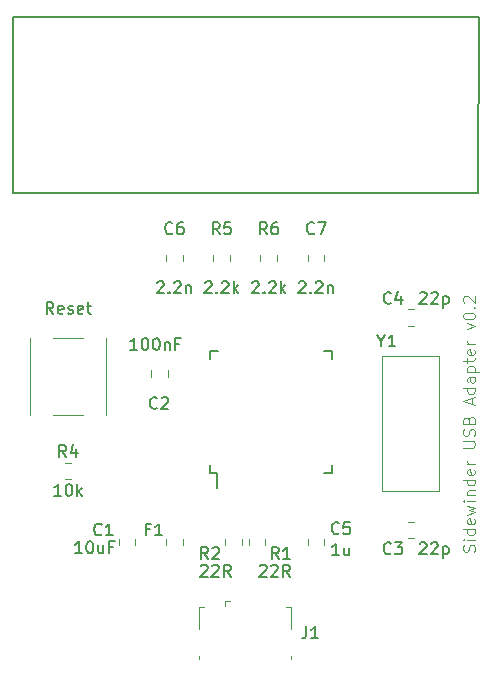
<source format=gbr>
G04 #@! TF.GenerationSoftware,KiCad,Pcbnew,5.1.4+dfsg1-1*
G04 #@! TF.CreationDate,2020-03-06T15:50:39+01:00*
G04 #@! TF.ProjectId,sidewinder-usb,73696465-7769-46e6-9465-722d7573622e,rev?*
G04 #@! TF.SameCoordinates,Original*
G04 #@! TF.FileFunction,Legend,Top*
G04 #@! TF.FilePolarity,Positive*
%FSLAX46Y46*%
G04 Gerber Fmt 4.6, Leading zero omitted, Abs format (unit mm)*
G04 Created by KiCad (PCBNEW 5.1.4+dfsg1-1) date 2020-03-06 15:50:39*
%MOMM*%
%LPD*%
G04 APERTURE LIST*
%ADD10C,0.100000*%
%ADD11C,0.120000*%
%ADD12C,0.150000*%
%ADD13C,0.200000*%
G04 APERTURE END LIST*
D10*
X39404761Y9166666D02*
X39452380Y9309523D01*
X39452380Y9547619D01*
X39404761Y9642857D01*
X39357142Y9690476D01*
X39261904Y9738095D01*
X39166666Y9738095D01*
X39071428Y9690476D01*
X39023809Y9642857D01*
X38976190Y9547619D01*
X38928571Y9357142D01*
X38880952Y9261904D01*
X38833333Y9214285D01*
X38738095Y9166666D01*
X38642857Y9166666D01*
X38547619Y9214285D01*
X38500000Y9261904D01*
X38452380Y9357142D01*
X38452380Y9595238D01*
X38500000Y9738095D01*
X39452380Y10166666D02*
X38785714Y10166666D01*
X38452380Y10166666D02*
X38500000Y10119047D01*
X38547619Y10166666D01*
X38500000Y10214285D01*
X38452380Y10166666D01*
X38547619Y10166666D01*
X39452380Y11071428D02*
X38452380Y11071428D01*
X39404761Y11071428D02*
X39452380Y10976190D01*
X39452380Y10785714D01*
X39404761Y10690476D01*
X39357142Y10642857D01*
X39261904Y10595238D01*
X38976190Y10595238D01*
X38880952Y10642857D01*
X38833333Y10690476D01*
X38785714Y10785714D01*
X38785714Y10976190D01*
X38833333Y11071428D01*
X39404761Y11928571D02*
X39452380Y11833333D01*
X39452380Y11642857D01*
X39404761Y11547619D01*
X39309523Y11499999D01*
X38928571Y11499999D01*
X38833333Y11547619D01*
X38785714Y11642857D01*
X38785714Y11833333D01*
X38833333Y11928571D01*
X38928571Y11976190D01*
X39023809Y11976190D01*
X39119047Y11499999D01*
X38785714Y12309523D02*
X39452380Y12499999D01*
X38976190Y12690476D01*
X39452380Y12880952D01*
X38785714Y13071428D01*
X39452380Y13452380D02*
X38785714Y13452380D01*
X38452380Y13452380D02*
X38500000Y13404761D01*
X38547619Y13452380D01*
X38500000Y13499999D01*
X38452380Y13452380D01*
X38547619Y13452380D01*
X38785714Y13928571D02*
X39452380Y13928571D01*
X38880952Y13928571D02*
X38833333Y13976190D01*
X38785714Y14071428D01*
X38785714Y14214285D01*
X38833333Y14309523D01*
X38928571Y14357142D01*
X39452380Y14357142D01*
X39452380Y15261904D02*
X38452380Y15261904D01*
X39404761Y15261904D02*
X39452380Y15166666D01*
X39452380Y14976190D01*
X39404761Y14880952D01*
X39357142Y14833333D01*
X39261904Y14785714D01*
X38976190Y14785714D01*
X38880952Y14833333D01*
X38833333Y14880952D01*
X38785714Y14976190D01*
X38785714Y15166666D01*
X38833333Y15261904D01*
X39404761Y16119047D02*
X39452380Y16023809D01*
X39452380Y15833333D01*
X39404761Y15738095D01*
X39309523Y15690476D01*
X38928571Y15690476D01*
X38833333Y15738095D01*
X38785714Y15833333D01*
X38785714Y16023809D01*
X38833333Y16119047D01*
X38928571Y16166666D01*
X39023809Y16166666D01*
X39119047Y15690476D01*
X39452380Y16595238D02*
X38785714Y16595238D01*
X38976190Y16595238D02*
X38880952Y16642857D01*
X38833333Y16690476D01*
X38785714Y16785714D01*
X38785714Y16880952D01*
X38452380Y17976190D02*
X39261904Y17976190D01*
X39357142Y18023809D01*
X39404761Y18071428D01*
X39452380Y18166666D01*
X39452380Y18357142D01*
X39404761Y18452380D01*
X39357142Y18499999D01*
X39261904Y18547619D01*
X38452380Y18547619D01*
X39404761Y18976190D02*
X39452380Y19119047D01*
X39452380Y19357142D01*
X39404761Y19452380D01*
X39357142Y19499999D01*
X39261904Y19547619D01*
X39166666Y19547619D01*
X39071428Y19499999D01*
X39023809Y19452380D01*
X38976190Y19357142D01*
X38928571Y19166666D01*
X38880952Y19071428D01*
X38833333Y19023809D01*
X38738095Y18976190D01*
X38642857Y18976190D01*
X38547619Y19023809D01*
X38500000Y19071428D01*
X38452380Y19166666D01*
X38452380Y19404761D01*
X38500000Y19547619D01*
X38928571Y20309523D02*
X38976190Y20452380D01*
X39023809Y20499999D01*
X39119047Y20547619D01*
X39261904Y20547619D01*
X39357142Y20499999D01*
X39404761Y20452380D01*
X39452380Y20357142D01*
X39452380Y19976190D01*
X38452380Y19976190D01*
X38452380Y20309523D01*
X38500000Y20404761D01*
X38547619Y20452380D01*
X38642857Y20499999D01*
X38738095Y20499999D01*
X38833333Y20452380D01*
X38880952Y20404761D01*
X38928571Y20309523D01*
X38928571Y19976190D01*
X39166666Y21690476D02*
X39166666Y22166666D01*
X39452380Y21595238D02*
X38452380Y21928571D01*
X39452380Y22261904D01*
X39452380Y23023809D02*
X38452380Y23023809D01*
X39404761Y23023809D02*
X39452380Y22928571D01*
X39452380Y22738095D01*
X39404761Y22642857D01*
X39357142Y22595238D01*
X39261904Y22547619D01*
X38976190Y22547619D01*
X38880952Y22595238D01*
X38833333Y22642857D01*
X38785714Y22738095D01*
X38785714Y22928571D01*
X38833333Y23023809D01*
X39452380Y23928571D02*
X38928571Y23928571D01*
X38833333Y23880952D01*
X38785714Y23785714D01*
X38785714Y23595238D01*
X38833333Y23499999D01*
X39404761Y23928571D02*
X39452380Y23833333D01*
X39452380Y23595238D01*
X39404761Y23499999D01*
X39309523Y23452380D01*
X39214285Y23452380D01*
X39119047Y23499999D01*
X39071428Y23595238D01*
X39071428Y23833333D01*
X39023809Y23928571D01*
X38785714Y24404761D02*
X39785714Y24404761D01*
X38833333Y24404761D02*
X38785714Y24499999D01*
X38785714Y24690476D01*
X38833333Y24785714D01*
X38880952Y24833333D01*
X38976190Y24880952D01*
X39261904Y24880952D01*
X39357142Y24833333D01*
X39404761Y24785714D01*
X39452380Y24690476D01*
X39452380Y24499999D01*
X39404761Y24404761D01*
X38785714Y25166666D02*
X38785714Y25547619D01*
X38452380Y25309523D02*
X39309523Y25309523D01*
X39404761Y25357142D01*
X39452380Y25452380D01*
X39452380Y25547619D01*
X39404761Y26261904D02*
X39452380Y26166666D01*
X39452380Y25976190D01*
X39404761Y25880952D01*
X39309523Y25833333D01*
X38928571Y25833333D01*
X38833333Y25880952D01*
X38785714Y25976190D01*
X38785714Y26166666D01*
X38833333Y26261904D01*
X38928571Y26309523D01*
X39023809Y26309523D01*
X39119047Y25833333D01*
X39452380Y26738095D02*
X38785714Y26738095D01*
X38976190Y26738095D02*
X38880952Y26785714D01*
X38833333Y26833333D01*
X38785714Y26928571D01*
X38785714Y27023809D01*
X38785714Y28023809D02*
X39452380Y28261904D01*
X38785714Y28499999D01*
X38452380Y29071428D02*
X38452380Y29166666D01*
X38500000Y29261904D01*
X38547619Y29309523D01*
X38642857Y29357142D01*
X38833333Y29404761D01*
X39071428Y29404761D01*
X39261904Y29357142D01*
X39357142Y29309523D01*
X39404761Y29261904D01*
X39452380Y29166666D01*
X39452380Y29071428D01*
X39404761Y28976190D01*
X39357142Y28928571D01*
X39261904Y28880952D01*
X39071428Y28833333D01*
X38833333Y28833333D01*
X38642857Y28880952D01*
X38547619Y28928571D01*
X38500000Y28976190D01*
X38452380Y29071428D01*
X39357142Y29833333D02*
X39404761Y29880952D01*
X39452380Y29833333D01*
X39404761Y29785714D01*
X39357142Y29833333D01*
X39452380Y29833333D01*
X38547619Y30261904D02*
X38500000Y30309523D01*
X38452380Y30404761D01*
X38452380Y30642857D01*
X38500000Y30738095D01*
X38547619Y30785714D01*
X38642857Y30833333D01*
X38738095Y30833333D01*
X38880952Y30785714D01*
X39452380Y30214285D01*
X39452380Y30833333D01*
D11*
X31600000Y25700000D02*
X36400000Y25700000D01*
X31600000Y14300000D02*
X36400000Y14300000D01*
X36400000Y14300000D02*
X36400000Y25700000D01*
X31600000Y14300000D02*
X31600000Y25700000D01*
D12*
X17600000Y15825000D02*
X17600000Y14550000D01*
X17025000Y26175000D02*
X17025000Y25500000D01*
X27375000Y26175000D02*
X27375000Y25500000D01*
X27375000Y15825000D02*
X27375000Y16500000D01*
X17025000Y15825000D02*
X17025000Y16500000D01*
X27375000Y15825000D02*
X26700000Y15825000D01*
X27375000Y26175000D02*
X26700000Y26175000D01*
X17025000Y26175000D02*
X17700000Y26175000D01*
X17025000Y15825000D02*
X17600000Y15825000D01*
D11*
X1770000Y27230000D02*
X1770000Y20770000D01*
X6300000Y27230000D02*
X3700000Y27230000D01*
X8230000Y27230000D02*
X8230000Y20770000D01*
X6300000Y20770000D02*
X3700000Y20770000D01*
X8200000Y27230000D02*
X8230000Y27230000D01*
X1770000Y27230000D02*
X1800000Y27230000D01*
X1770000Y20770000D02*
X1800000Y20770000D01*
X8230000Y20770000D02*
X8200000Y20770000D01*
X22710000Y33741422D02*
X22710000Y34258578D01*
X21290000Y33741422D02*
X21290000Y34258578D01*
X18710000Y33741422D02*
X18710000Y34258578D01*
X17290000Y33741422D02*
X17290000Y34258578D01*
X4741422Y15290000D02*
X5258578Y15290000D01*
X4741422Y16710000D02*
X5258578Y16710000D01*
X18290000Y10258578D02*
X18290000Y9741422D01*
X19710000Y10258578D02*
X19710000Y9741422D01*
X20290000Y10258578D02*
X20290000Y9741422D01*
X21710000Y10258578D02*
X21710000Y9741422D01*
D13*
X39770000Y54405000D02*
X39670000Y39575000D01*
X330000Y54405000D02*
X39770000Y54405000D01*
X340000Y39575000D02*
X330000Y54405000D01*
X39670000Y39575000D02*
X340000Y39575000D01*
D11*
X18300000Y5012500D02*
X18300000Y4562500D01*
X18300000Y5012500D02*
X18750000Y5012500D01*
X23900000Y4462500D02*
X23450000Y4462500D01*
X23900000Y2612500D02*
X23900000Y4462500D01*
X16100000Y62500D02*
X16100000Y312500D01*
X23900000Y62500D02*
X23900000Y312500D01*
X16100000Y2612500D02*
X16100000Y4462500D01*
X16100000Y4462500D02*
X16550000Y4462500D01*
X14710000Y9741422D02*
X14710000Y10258578D01*
X13290000Y9741422D02*
X13290000Y10258578D01*
X26710000Y33741422D02*
X26710000Y34258578D01*
X25290000Y33741422D02*
X25290000Y34258578D01*
X14710000Y33741422D02*
X14710000Y34258578D01*
X13290000Y33741422D02*
X13290000Y34258578D01*
X25290000Y10258578D02*
X25290000Y9741422D01*
X26710000Y10258578D02*
X26710000Y9741422D01*
X34258578Y29710000D02*
X33741422Y29710000D01*
X34258578Y28290000D02*
X33741422Y28290000D01*
X34258578Y11710000D02*
X33741422Y11710000D01*
X34258578Y10290000D02*
X33741422Y10290000D01*
X12040000Y24508578D02*
X12040000Y23991422D01*
X13460000Y24508578D02*
X13460000Y23991422D01*
X9290000Y10258578D02*
X9290000Y9741422D01*
X10710000Y10258578D02*
X10710000Y9741422D01*
D12*
X31523809Y27023809D02*
X31523809Y26547619D01*
X31190476Y27547619D02*
X31523809Y27023809D01*
X31857142Y27547619D01*
X32714285Y26547619D02*
X32142857Y26547619D01*
X32428571Y26547619D02*
X32428571Y27547619D01*
X32333333Y27404761D01*
X32238095Y27309523D01*
X32142857Y27261904D01*
X3761904Y29307619D02*
X3428571Y29783809D01*
X3190476Y29307619D02*
X3190476Y30307619D01*
X3571428Y30307619D01*
X3666666Y30260000D01*
X3714285Y30212380D01*
X3761904Y30117142D01*
X3761904Y29974285D01*
X3714285Y29879047D01*
X3666666Y29831428D01*
X3571428Y29783809D01*
X3190476Y29783809D01*
X4571428Y29355238D02*
X4476190Y29307619D01*
X4285714Y29307619D01*
X4190476Y29355238D01*
X4142857Y29450476D01*
X4142857Y29831428D01*
X4190476Y29926666D01*
X4285714Y29974285D01*
X4476190Y29974285D01*
X4571428Y29926666D01*
X4619047Y29831428D01*
X4619047Y29736190D01*
X4142857Y29640952D01*
X5000000Y29355238D02*
X5095238Y29307619D01*
X5285714Y29307619D01*
X5380952Y29355238D01*
X5428571Y29450476D01*
X5428571Y29498095D01*
X5380952Y29593333D01*
X5285714Y29640952D01*
X5142857Y29640952D01*
X5047619Y29688571D01*
X5000000Y29783809D01*
X5000000Y29831428D01*
X5047619Y29926666D01*
X5142857Y29974285D01*
X5285714Y29974285D01*
X5380952Y29926666D01*
X6238095Y29355238D02*
X6142857Y29307619D01*
X5952380Y29307619D01*
X5857142Y29355238D01*
X5809523Y29450476D01*
X5809523Y29831428D01*
X5857142Y29926666D01*
X5952380Y29974285D01*
X6142857Y29974285D01*
X6238095Y29926666D01*
X6285714Y29831428D01*
X6285714Y29736190D01*
X5809523Y29640952D01*
X6571428Y29974285D02*
X6952380Y29974285D01*
X6714285Y30307619D02*
X6714285Y29450476D01*
X6761904Y29355238D01*
X6857142Y29307619D01*
X6952380Y29307619D01*
X21833333Y36047619D02*
X21500000Y36523809D01*
X21261904Y36047619D02*
X21261904Y37047619D01*
X21642857Y37047619D01*
X21738095Y37000000D01*
X21785714Y36952380D01*
X21833333Y36857142D01*
X21833333Y36714285D01*
X21785714Y36619047D01*
X21738095Y36571428D01*
X21642857Y36523809D01*
X21261904Y36523809D01*
X22690476Y37047619D02*
X22500000Y37047619D01*
X22404761Y37000000D01*
X22357142Y36952380D01*
X22261904Y36809523D01*
X22214285Y36619047D01*
X22214285Y36238095D01*
X22261904Y36142857D01*
X22309523Y36095238D01*
X22404761Y36047619D01*
X22595238Y36047619D01*
X22690476Y36095238D01*
X22738095Y36142857D01*
X22785714Y36238095D01*
X22785714Y36476190D01*
X22738095Y36571428D01*
X22690476Y36619047D01*
X22595238Y36666666D01*
X22404761Y36666666D01*
X22309523Y36619047D01*
X22261904Y36571428D01*
X22214285Y36476190D01*
X20595238Y31952380D02*
X20642857Y32000000D01*
X20738095Y32047619D01*
X20976190Y32047619D01*
X21071428Y32000000D01*
X21119047Y31952380D01*
X21166666Y31857142D01*
X21166666Y31761904D01*
X21119047Y31619047D01*
X20547619Y31047619D01*
X21166666Y31047619D01*
X21595238Y31142857D02*
X21642857Y31095238D01*
X21595238Y31047619D01*
X21547619Y31095238D01*
X21595238Y31142857D01*
X21595238Y31047619D01*
X22023809Y31952380D02*
X22071428Y32000000D01*
X22166666Y32047619D01*
X22404761Y32047619D01*
X22500000Y32000000D01*
X22547619Y31952380D01*
X22595238Y31857142D01*
X22595238Y31761904D01*
X22547619Y31619047D01*
X21976190Y31047619D01*
X22595238Y31047619D01*
X23023809Y31047619D02*
X23023809Y32047619D01*
X23119047Y31428571D02*
X23404761Y31047619D01*
X23404761Y31714285D02*
X23023809Y31333333D01*
X17833333Y36047619D02*
X17500000Y36523809D01*
X17261904Y36047619D02*
X17261904Y37047619D01*
X17642857Y37047619D01*
X17738095Y37000000D01*
X17785714Y36952380D01*
X17833333Y36857142D01*
X17833333Y36714285D01*
X17785714Y36619047D01*
X17738095Y36571428D01*
X17642857Y36523809D01*
X17261904Y36523809D01*
X18738095Y37047619D02*
X18261904Y37047619D01*
X18214285Y36571428D01*
X18261904Y36619047D01*
X18357142Y36666666D01*
X18595238Y36666666D01*
X18690476Y36619047D01*
X18738095Y36571428D01*
X18785714Y36476190D01*
X18785714Y36238095D01*
X18738095Y36142857D01*
X18690476Y36095238D01*
X18595238Y36047619D01*
X18357142Y36047619D01*
X18261904Y36095238D01*
X18214285Y36142857D01*
X16595238Y31952380D02*
X16642857Y32000000D01*
X16738095Y32047619D01*
X16976190Y32047619D01*
X17071428Y32000000D01*
X17119047Y31952380D01*
X17166666Y31857142D01*
X17166666Y31761904D01*
X17119047Y31619047D01*
X16547619Y31047619D01*
X17166666Y31047619D01*
X17595238Y31142857D02*
X17642857Y31095238D01*
X17595238Y31047619D01*
X17547619Y31095238D01*
X17595238Y31142857D01*
X17595238Y31047619D01*
X18023809Y31952380D02*
X18071428Y32000000D01*
X18166666Y32047619D01*
X18404761Y32047619D01*
X18500000Y32000000D01*
X18547619Y31952380D01*
X18595238Y31857142D01*
X18595238Y31761904D01*
X18547619Y31619047D01*
X17976190Y31047619D01*
X18595238Y31047619D01*
X19023809Y31047619D02*
X19023809Y32047619D01*
X19119047Y31428571D02*
X19404761Y31047619D01*
X19404761Y31714285D02*
X19023809Y31333333D01*
X4833333Y17197619D02*
X4500000Y17673809D01*
X4261904Y17197619D02*
X4261904Y18197619D01*
X4642857Y18197619D01*
X4738095Y18150000D01*
X4785714Y18102380D01*
X4833333Y18007142D01*
X4833333Y17864285D01*
X4785714Y17769047D01*
X4738095Y17721428D01*
X4642857Y17673809D01*
X4261904Y17673809D01*
X5690476Y17864285D02*
X5690476Y17197619D01*
X5452380Y18245238D02*
X5214285Y17530952D01*
X5833333Y17530952D01*
X4404761Y13897619D02*
X3833333Y13897619D01*
X4119047Y13897619D02*
X4119047Y14897619D01*
X4023809Y14754761D01*
X3928571Y14659523D01*
X3833333Y14611904D01*
X5023809Y14897619D02*
X5119047Y14897619D01*
X5214285Y14850000D01*
X5261904Y14802380D01*
X5309523Y14707142D01*
X5357142Y14516666D01*
X5357142Y14278571D01*
X5309523Y14088095D01*
X5261904Y13992857D01*
X5214285Y13945238D01*
X5119047Y13897619D01*
X5023809Y13897619D01*
X4928571Y13945238D01*
X4880952Y13992857D01*
X4833333Y14088095D01*
X4785714Y14278571D01*
X4785714Y14516666D01*
X4833333Y14707142D01*
X4880952Y14802380D01*
X4928571Y14850000D01*
X5023809Y14897619D01*
X5785714Y13897619D02*
X5785714Y14897619D01*
X5880952Y14278571D02*
X6166666Y13897619D01*
X6166666Y14564285D02*
X5785714Y14183333D01*
X16833333Y8547619D02*
X16500000Y9023809D01*
X16261904Y8547619D02*
X16261904Y9547619D01*
X16642857Y9547619D01*
X16738095Y9500000D01*
X16785714Y9452380D01*
X16833333Y9357142D01*
X16833333Y9214285D01*
X16785714Y9119047D01*
X16738095Y9071428D01*
X16642857Y9023809D01*
X16261904Y9023809D01*
X17214285Y9452380D02*
X17261904Y9500000D01*
X17357142Y9547619D01*
X17595238Y9547619D01*
X17690476Y9500000D01*
X17738095Y9452380D01*
X17785714Y9357142D01*
X17785714Y9261904D01*
X17738095Y9119047D01*
X17166666Y8547619D01*
X17785714Y8547619D01*
X16238095Y7952380D02*
X16285714Y8000000D01*
X16380952Y8047619D01*
X16619047Y8047619D01*
X16714285Y8000000D01*
X16761904Y7952380D01*
X16809523Y7857142D01*
X16809523Y7761904D01*
X16761904Y7619047D01*
X16190476Y7047619D01*
X16809523Y7047619D01*
X17190476Y7952380D02*
X17238095Y8000000D01*
X17333333Y8047619D01*
X17571428Y8047619D01*
X17666666Y8000000D01*
X17714285Y7952380D01*
X17761904Y7857142D01*
X17761904Y7761904D01*
X17714285Y7619047D01*
X17142857Y7047619D01*
X17761904Y7047619D01*
X18761904Y7047619D02*
X18428571Y7523809D01*
X18190476Y7047619D02*
X18190476Y8047619D01*
X18571428Y8047619D01*
X18666666Y8000000D01*
X18714285Y7952380D01*
X18761904Y7857142D01*
X18761904Y7714285D01*
X18714285Y7619047D01*
X18666666Y7571428D01*
X18571428Y7523809D01*
X18190476Y7523809D01*
X22833333Y8547619D02*
X22500000Y9023809D01*
X22261904Y8547619D02*
X22261904Y9547619D01*
X22642857Y9547619D01*
X22738095Y9500000D01*
X22785714Y9452380D01*
X22833333Y9357142D01*
X22833333Y9214285D01*
X22785714Y9119047D01*
X22738095Y9071428D01*
X22642857Y9023809D01*
X22261904Y9023809D01*
X23785714Y8547619D02*
X23214285Y8547619D01*
X23500000Y8547619D02*
X23500000Y9547619D01*
X23404761Y9404761D01*
X23309523Y9309523D01*
X23214285Y9261904D01*
X21238095Y7952380D02*
X21285714Y8000000D01*
X21380952Y8047619D01*
X21619047Y8047619D01*
X21714285Y8000000D01*
X21761904Y7952380D01*
X21809523Y7857142D01*
X21809523Y7761904D01*
X21761904Y7619047D01*
X21190476Y7047619D01*
X21809523Y7047619D01*
X22190476Y7952380D02*
X22238095Y8000000D01*
X22333333Y8047619D01*
X22571428Y8047619D01*
X22666666Y8000000D01*
X22714285Y7952380D01*
X22761904Y7857142D01*
X22761904Y7761904D01*
X22714285Y7619047D01*
X22142857Y7047619D01*
X22761904Y7047619D01*
X23761904Y7047619D02*
X23428571Y7523809D01*
X23190476Y7047619D02*
X23190476Y8047619D01*
X23571428Y8047619D01*
X23666666Y8000000D01*
X23714285Y7952380D01*
X23761904Y7857142D01*
X23761904Y7714285D01*
X23714285Y7619047D01*
X23666666Y7571428D01*
X23571428Y7523809D01*
X23190476Y7523809D01*
X25166666Y2847619D02*
X25166666Y2133333D01*
X25119047Y1990476D01*
X25023809Y1895238D01*
X24880952Y1847619D01*
X24785714Y1847619D01*
X26166666Y1847619D02*
X25595238Y1847619D01*
X25880952Y1847619D02*
X25880952Y2847619D01*
X25785714Y2704761D01*
X25690476Y2609523D01*
X25595238Y2561904D01*
X11916666Y11071428D02*
X11583333Y11071428D01*
X11583333Y10547619D02*
X11583333Y11547619D01*
X12059523Y11547619D01*
X12964285Y10547619D02*
X12392857Y10547619D01*
X12678571Y10547619D02*
X12678571Y11547619D01*
X12583333Y11404761D01*
X12488095Y11309523D01*
X12392857Y11261904D01*
X25833333Y36142857D02*
X25785714Y36095238D01*
X25642857Y36047619D01*
X25547619Y36047619D01*
X25404761Y36095238D01*
X25309523Y36190476D01*
X25261904Y36285714D01*
X25214285Y36476190D01*
X25214285Y36619047D01*
X25261904Y36809523D01*
X25309523Y36904761D01*
X25404761Y37000000D01*
X25547619Y37047619D01*
X25642857Y37047619D01*
X25785714Y37000000D01*
X25833333Y36952380D01*
X26166666Y37047619D02*
X26833333Y37047619D01*
X26404761Y36047619D01*
X24547619Y31952380D02*
X24595238Y32000000D01*
X24690476Y32047619D01*
X24928571Y32047619D01*
X25023809Y32000000D01*
X25071428Y31952380D01*
X25119047Y31857142D01*
X25119047Y31761904D01*
X25071428Y31619047D01*
X24500000Y31047619D01*
X25119047Y31047619D01*
X25547619Y31142857D02*
X25595238Y31095238D01*
X25547619Y31047619D01*
X25500000Y31095238D01*
X25547619Y31142857D01*
X25547619Y31047619D01*
X25976190Y31952380D02*
X26023809Y32000000D01*
X26119047Y32047619D01*
X26357142Y32047619D01*
X26452380Y32000000D01*
X26500000Y31952380D01*
X26547619Y31857142D01*
X26547619Y31761904D01*
X26500000Y31619047D01*
X25928571Y31047619D01*
X26547619Y31047619D01*
X26976190Y31714285D02*
X26976190Y31047619D01*
X26976190Y31619047D02*
X27023809Y31666666D01*
X27119047Y31714285D01*
X27261904Y31714285D01*
X27357142Y31666666D01*
X27404761Y31571428D01*
X27404761Y31047619D01*
X13833333Y36142857D02*
X13785714Y36095238D01*
X13642857Y36047619D01*
X13547619Y36047619D01*
X13404761Y36095238D01*
X13309523Y36190476D01*
X13261904Y36285714D01*
X13214285Y36476190D01*
X13214285Y36619047D01*
X13261904Y36809523D01*
X13309523Y36904761D01*
X13404761Y37000000D01*
X13547619Y37047619D01*
X13642857Y37047619D01*
X13785714Y37000000D01*
X13833333Y36952380D01*
X14690476Y37047619D02*
X14500000Y37047619D01*
X14404761Y37000000D01*
X14357142Y36952380D01*
X14261904Y36809523D01*
X14214285Y36619047D01*
X14214285Y36238095D01*
X14261904Y36142857D01*
X14309523Y36095238D01*
X14404761Y36047619D01*
X14595238Y36047619D01*
X14690476Y36095238D01*
X14738095Y36142857D01*
X14785714Y36238095D01*
X14785714Y36476190D01*
X14738095Y36571428D01*
X14690476Y36619047D01*
X14595238Y36666666D01*
X14404761Y36666666D01*
X14309523Y36619047D01*
X14261904Y36571428D01*
X14214285Y36476190D01*
X12547619Y31952380D02*
X12595238Y32000000D01*
X12690476Y32047619D01*
X12928571Y32047619D01*
X13023809Y32000000D01*
X13071428Y31952380D01*
X13119047Y31857142D01*
X13119047Y31761904D01*
X13071428Y31619047D01*
X12500000Y31047619D01*
X13119047Y31047619D01*
X13547619Y31142857D02*
X13595238Y31095238D01*
X13547619Y31047619D01*
X13500000Y31095238D01*
X13547619Y31142857D01*
X13547619Y31047619D01*
X13976190Y31952380D02*
X14023809Y32000000D01*
X14119047Y32047619D01*
X14357142Y32047619D01*
X14452380Y32000000D01*
X14500000Y31952380D01*
X14547619Y31857142D01*
X14547619Y31761904D01*
X14500000Y31619047D01*
X13928571Y31047619D01*
X14547619Y31047619D01*
X14976190Y31714285D02*
X14976190Y31047619D01*
X14976190Y31619047D02*
X15023809Y31666666D01*
X15119047Y31714285D01*
X15261904Y31714285D01*
X15357142Y31666666D01*
X15404761Y31571428D01*
X15404761Y31047619D01*
X27933333Y10742857D02*
X27885714Y10695238D01*
X27742857Y10647619D01*
X27647619Y10647619D01*
X27504761Y10695238D01*
X27409523Y10790476D01*
X27361904Y10885714D01*
X27314285Y11076190D01*
X27314285Y11219047D01*
X27361904Y11409523D01*
X27409523Y11504761D01*
X27504761Y11600000D01*
X27647619Y11647619D01*
X27742857Y11647619D01*
X27885714Y11600000D01*
X27933333Y11552380D01*
X28838095Y11647619D02*
X28361904Y11647619D01*
X28314285Y11171428D01*
X28361904Y11219047D01*
X28457142Y11266666D01*
X28695238Y11266666D01*
X28790476Y11219047D01*
X28838095Y11171428D01*
X28885714Y11076190D01*
X28885714Y10838095D01*
X28838095Y10742857D01*
X28790476Y10695238D01*
X28695238Y10647619D01*
X28457142Y10647619D01*
X28361904Y10695238D01*
X28314285Y10742857D01*
X27933333Y8847619D02*
X27361904Y8847619D01*
X27647619Y8847619D02*
X27647619Y9847619D01*
X27552380Y9704761D01*
X27457142Y9609523D01*
X27361904Y9561904D01*
X28790476Y9514285D02*
X28790476Y8847619D01*
X28361904Y9514285D02*
X28361904Y8990476D01*
X28409523Y8895238D01*
X28504761Y8847619D01*
X28647619Y8847619D01*
X28742857Y8895238D01*
X28790476Y8942857D01*
X32333333Y30242857D02*
X32285714Y30195238D01*
X32142857Y30147619D01*
X32047619Y30147619D01*
X31904761Y30195238D01*
X31809523Y30290476D01*
X31761904Y30385714D01*
X31714285Y30576190D01*
X31714285Y30719047D01*
X31761904Y30909523D01*
X31809523Y31004761D01*
X31904761Y31100000D01*
X32047619Y31147619D01*
X32142857Y31147619D01*
X32285714Y31100000D01*
X32333333Y31052380D01*
X33190476Y30814285D02*
X33190476Y30147619D01*
X32952380Y31195238D02*
X32714285Y30480952D01*
X33333333Y30480952D01*
X34785714Y31052380D02*
X34833333Y31100000D01*
X34928571Y31147619D01*
X35166666Y31147619D01*
X35261904Y31100000D01*
X35309523Y31052380D01*
X35357142Y30957142D01*
X35357142Y30861904D01*
X35309523Y30719047D01*
X34738095Y30147619D01*
X35357142Y30147619D01*
X35738095Y31052380D02*
X35785714Y31100000D01*
X35880952Y31147619D01*
X36119047Y31147619D01*
X36214285Y31100000D01*
X36261904Y31052380D01*
X36309523Y30957142D01*
X36309523Y30861904D01*
X36261904Y30719047D01*
X35690476Y30147619D01*
X36309523Y30147619D01*
X36738095Y30814285D02*
X36738095Y29814285D01*
X36738095Y30766666D02*
X36833333Y30814285D01*
X37023809Y30814285D01*
X37119047Y30766666D01*
X37166666Y30719047D01*
X37214285Y30623809D01*
X37214285Y30338095D01*
X37166666Y30242857D01*
X37119047Y30195238D01*
X37023809Y30147619D01*
X36833333Y30147619D01*
X36738095Y30195238D01*
X32333333Y9042857D02*
X32285714Y8995238D01*
X32142857Y8947619D01*
X32047619Y8947619D01*
X31904761Y8995238D01*
X31809523Y9090476D01*
X31761904Y9185714D01*
X31714285Y9376190D01*
X31714285Y9519047D01*
X31761904Y9709523D01*
X31809523Y9804761D01*
X31904761Y9900000D01*
X32047619Y9947619D01*
X32142857Y9947619D01*
X32285714Y9900000D01*
X32333333Y9852380D01*
X32666666Y9947619D02*
X33285714Y9947619D01*
X32952380Y9566666D01*
X33095238Y9566666D01*
X33190476Y9519047D01*
X33238095Y9471428D01*
X33285714Y9376190D01*
X33285714Y9138095D01*
X33238095Y9042857D01*
X33190476Y8995238D01*
X33095238Y8947619D01*
X32809523Y8947619D01*
X32714285Y8995238D01*
X32666666Y9042857D01*
X34785714Y9852380D02*
X34833333Y9900000D01*
X34928571Y9947619D01*
X35166666Y9947619D01*
X35261904Y9900000D01*
X35309523Y9852380D01*
X35357142Y9757142D01*
X35357142Y9661904D01*
X35309523Y9519047D01*
X34738095Y8947619D01*
X35357142Y8947619D01*
X35738095Y9852380D02*
X35785714Y9900000D01*
X35880952Y9947619D01*
X36119047Y9947619D01*
X36214285Y9900000D01*
X36261904Y9852380D01*
X36309523Y9757142D01*
X36309523Y9661904D01*
X36261904Y9519047D01*
X35690476Y8947619D01*
X36309523Y8947619D01*
X36738095Y9614285D02*
X36738095Y8614285D01*
X36738095Y9566666D02*
X36833333Y9614285D01*
X37023809Y9614285D01*
X37119047Y9566666D01*
X37166666Y9519047D01*
X37214285Y9423809D01*
X37214285Y9138095D01*
X37166666Y9042857D01*
X37119047Y8995238D01*
X37023809Y8947619D01*
X36833333Y8947619D01*
X36738095Y8995238D01*
X12533333Y21342857D02*
X12485714Y21295238D01*
X12342857Y21247619D01*
X12247619Y21247619D01*
X12104761Y21295238D01*
X12009523Y21390476D01*
X11961904Y21485714D01*
X11914285Y21676190D01*
X11914285Y21819047D01*
X11961904Y22009523D01*
X12009523Y22104761D01*
X12104761Y22200000D01*
X12247619Y22247619D01*
X12342857Y22247619D01*
X12485714Y22200000D01*
X12533333Y22152380D01*
X12914285Y22152380D02*
X12961904Y22200000D01*
X13057142Y22247619D01*
X13295238Y22247619D01*
X13390476Y22200000D01*
X13438095Y22152380D01*
X13485714Y22057142D01*
X13485714Y21961904D01*
X13438095Y21819047D01*
X12866666Y21247619D01*
X13485714Y21247619D01*
X10852380Y26247619D02*
X10280952Y26247619D01*
X10566666Y26247619D02*
X10566666Y27247619D01*
X10471428Y27104761D01*
X10376190Y27009523D01*
X10280952Y26961904D01*
X11471428Y27247619D02*
X11566666Y27247619D01*
X11661904Y27200000D01*
X11709523Y27152380D01*
X11757142Y27057142D01*
X11804761Y26866666D01*
X11804761Y26628571D01*
X11757142Y26438095D01*
X11709523Y26342857D01*
X11661904Y26295238D01*
X11566666Y26247619D01*
X11471428Y26247619D01*
X11376190Y26295238D01*
X11328571Y26342857D01*
X11280952Y26438095D01*
X11233333Y26628571D01*
X11233333Y26866666D01*
X11280952Y27057142D01*
X11328571Y27152380D01*
X11376190Y27200000D01*
X11471428Y27247619D01*
X12423809Y27247619D02*
X12519047Y27247619D01*
X12614285Y27200000D01*
X12661904Y27152380D01*
X12709523Y27057142D01*
X12757142Y26866666D01*
X12757142Y26628571D01*
X12709523Y26438095D01*
X12661904Y26342857D01*
X12614285Y26295238D01*
X12519047Y26247619D01*
X12423809Y26247619D01*
X12328571Y26295238D01*
X12280952Y26342857D01*
X12233333Y26438095D01*
X12185714Y26628571D01*
X12185714Y26866666D01*
X12233333Y27057142D01*
X12280952Y27152380D01*
X12328571Y27200000D01*
X12423809Y27247619D01*
X13185714Y26914285D02*
X13185714Y26247619D01*
X13185714Y26819047D02*
X13233333Y26866666D01*
X13328571Y26914285D01*
X13471428Y26914285D01*
X13566666Y26866666D01*
X13614285Y26771428D01*
X13614285Y26247619D01*
X14423809Y26771428D02*
X14090476Y26771428D01*
X14090476Y26247619D02*
X14090476Y27247619D01*
X14566666Y27247619D01*
X7833333Y10642857D02*
X7785714Y10595238D01*
X7642857Y10547619D01*
X7547619Y10547619D01*
X7404761Y10595238D01*
X7309523Y10690476D01*
X7261904Y10785714D01*
X7214285Y10976190D01*
X7214285Y11119047D01*
X7261904Y11309523D01*
X7309523Y11404761D01*
X7404761Y11500000D01*
X7547619Y11547619D01*
X7642857Y11547619D01*
X7785714Y11500000D01*
X7833333Y11452380D01*
X8785714Y10547619D02*
X8214285Y10547619D01*
X8500000Y10547619D02*
X8500000Y11547619D01*
X8404761Y11404761D01*
X8309523Y11309523D01*
X8214285Y11261904D01*
X6178571Y9047619D02*
X5607142Y9047619D01*
X5892857Y9047619D02*
X5892857Y10047619D01*
X5797619Y9904761D01*
X5702380Y9809523D01*
X5607142Y9761904D01*
X6797619Y10047619D02*
X6892857Y10047619D01*
X6988095Y10000000D01*
X7035714Y9952380D01*
X7083333Y9857142D01*
X7130952Y9666666D01*
X7130952Y9428571D01*
X7083333Y9238095D01*
X7035714Y9142857D01*
X6988095Y9095238D01*
X6892857Y9047619D01*
X6797619Y9047619D01*
X6702380Y9095238D01*
X6654761Y9142857D01*
X6607142Y9238095D01*
X6559523Y9428571D01*
X6559523Y9666666D01*
X6607142Y9857142D01*
X6654761Y9952380D01*
X6702380Y10000000D01*
X6797619Y10047619D01*
X7988095Y9714285D02*
X7988095Y9047619D01*
X7559523Y9714285D02*
X7559523Y9190476D01*
X7607142Y9095238D01*
X7702380Y9047619D01*
X7845238Y9047619D01*
X7940476Y9095238D01*
X7988095Y9142857D01*
X8797619Y9571428D02*
X8464285Y9571428D01*
X8464285Y9047619D02*
X8464285Y10047619D01*
X8940476Y10047619D01*
M02*

</source>
